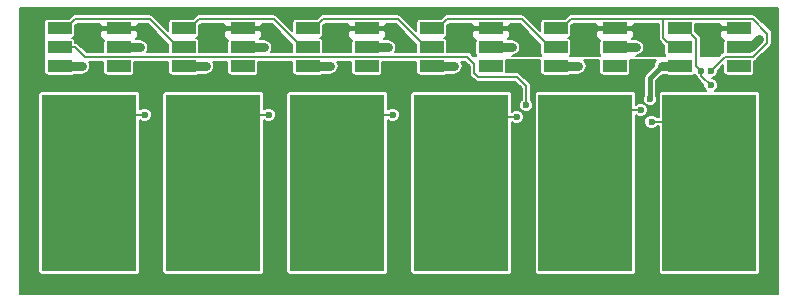
<source format=gbr>
G04 #@! TF.FileFunction,Copper,L1,Top,Signal*
%FSLAX46Y46*%
G04 Gerber Fmt 4.6, Leading zero omitted, Abs format (unit mm)*
G04 Created by KiCad (PCBNEW (2016-02-08 BZR 6543, Git 5349eb4)-product) date Sun Feb 21 23:51:38 2016*
%MOMM*%
G01*
G04 APERTURE LIST*
%ADD10C,0.100000*%
%ADD11R,2.000000X1.000000*%
%ADD12R,8.000000X15.000000*%
%ADD13C,0.600000*%
%ADD14C,0.800000*%
%ADD15C,0.400000*%
%ADD16C,0.200000*%
%ADD17C,0.300000*%
G04 APERTURE END LIST*
D10*
D11*
X70250000Y-35350000D03*
X70250000Y-33750000D03*
X70250000Y-32150000D03*
X65250000Y-35350000D03*
X65250000Y-33750000D03*
X65250000Y-32150000D03*
X49250000Y-35350000D03*
X49250000Y-33750000D03*
X49250000Y-32150000D03*
X44250000Y-35350000D03*
X44250000Y-33750000D03*
X44250000Y-32150000D03*
X59750000Y-35350000D03*
X59750000Y-33750000D03*
X59750000Y-32150000D03*
X54750000Y-35350000D03*
X54750000Y-33750000D03*
X54750000Y-32150000D03*
X80750000Y-35350000D03*
X80750000Y-33750000D03*
X80750000Y-32150000D03*
X75750000Y-35350000D03*
X75750000Y-33750000D03*
X75750000Y-32150000D03*
X91250000Y-35350000D03*
X91250000Y-33750000D03*
X91250000Y-32150000D03*
X86250000Y-35350000D03*
X86250000Y-33750000D03*
X86250000Y-32150000D03*
D12*
X36250000Y-45250000D03*
X46750000Y-45250000D03*
X57250000Y-45250000D03*
X67750000Y-45250000D03*
X78250000Y-45250000D03*
X88750000Y-45250000D03*
D11*
X38750000Y-35350000D03*
X38750000Y-33750000D03*
X38750000Y-32150000D03*
X33750000Y-35350000D03*
X33750000Y-33750000D03*
X33750000Y-32150000D03*
D13*
X84750000Y-35350000D03*
X77650000Y-35350000D03*
X67150000Y-35350000D03*
X56650000Y-35350000D03*
X46150000Y-35350000D03*
X35650000Y-35350000D03*
X83750000Y-38150000D03*
X42650000Y-33750000D03*
X84650000Y-33750000D03*
X79050000Y-33750000D03*
X58050000Y-33750000D03*
X37050000Y-33750000D03*
X47550000Y-33750000D03*
X68550000Y-33750000D03*
X89550000Y-33750000D03*
X74050000Y-33750000D03*
X63650000Y-33750000D03*
X53050000Y-33750000D03*
X73050000Y-40650000D03*
X61950000Y-38150000D03*
X53550000Y-36750000D03*
X62450000Y-41850000D03*
X73350000Y-46550000D03*
X35650000Y-36450000D03*
X31250000Y-31250000D03*
X31250000Y-53750000D03*
X93750000Y-31250000D03*
X76450000Y-53350000D03*
X72150000Y-53350000D03*
X93750000Y-53750000D03*
X62550000Y-50750000D03*
X41550000Y-47650000D03*
X87950000Y-36950000D03*
X64050000Y-36750000D03*
X43050000Y-36750000D03*
X74550000Y-36750000D03*
X85050000Y-36800000D03*
X51950000Y-41850000D03*
X51950000Y-50150000D03*
X92950000Y-33050000D03*
X51050000Y-33750000D03*
X40550000Y-33750000D03*
X61550000Y-33750000D03*
X82550000Y-33750000D03*
X72050000Y-33750000D03*
X88050000Y-35750000D03*
X88850000Y-36950000D03*
X88850000Y-35750000D03*
X73250000Y-38650000D03*
X40950000Y-39450000D03*
X51450000Y-39450000D03*
X61950000Y-39450000D03*
X72450000Y-39650000D03*
X82950000Y-39050000D03*
X83850000Y-40050000D03*
D14*
X84750000Y-35350000D02*
X86250000Y-35350000D01*
X77650000Y-35350000D02*
X75750000Y-35350000D01*
X67150000Y-35350000D02*
X65250000Y-35350000D01*
X56650000Y-35350000D02*
X54750000Y-35350000D01*
X44250000Y-35350000D02*
X46150000Y-35350000D01*
X35650000Y-35350000D02*
X33750000Y-35350000D01*
D15*
X83750000Y-36350000D02*
X84750000Y-35350000D01*
X83750000Y-38150000D02*
X83750000Y-36350000D01*
D16*
X73350000Y-52750000D02*
X73350000Y-46550000D01*
X31250000Y-31250000D02*
X31750000Y-30750000D01*
X62450000Y-53350000D02*
X62050000Y-53750000D01*
X62050000Y-53750000D02*
X31250000Y-53750000D01*
X31250000Y-31250000D02*
X31250000Y-53750000D01*
X93250000Y-30750000D02*
X93750000Y-31250000D01*
X31750000Y-30750000D02*
X93250000Y-30750000D01*
X76450000Y-53350000D02*
X76850000Y-53750000D01*
X72150000Y-53350000D02*
X76450000Y-53350000D01*
X76850000Y-53750000D02*
X93750000Y-53750000D01*
X72150000Y-53350000D02*
X62450000Y-53350000D01*
X62550000Y-53250000D02*
X62550000Y-50750000D01*
X62450000Y-53350000D02*
X62550000Y-53250000D01*
X51950000Y-50150000D02*
X51950000Y-41850000D01*
D14*
X92950000Y-33050000D02*
X92250000Y-33750000D01*
X91250000Y-33750000D02*
X92250000Y-33750000D01*
X51050000Y-33750000D02*
X49350000Y-33750000D01*
X38750000Y-33750000D02*
X40550000Y-33750000D01*
X61550000Y-33750000D02*
X59650000Y-33750000D01*
X80750000Y-33750000D02*
X82550000Y-33750000D01*
X72050000Y-33750000D02*
X70250000Y-33750000D01*
D16*
X88050000Y-35750000D02*
X88050000Y-36150000D01*
X88050000Y-36150000D02*
X88850000Y-36950000D01*
X88050000Y-35750000D02*
X87650000Y-35350000D01*
X87650000Y-33050000D02*
X86750000Y-32150000D01*
X87650000Y-35350000D02*
X87650000Y-33050000D01*
X86250000Y-32150000D02*
X86750000Y-32150000D01*
X92450000Y-34550000D02*
X90050000Y-34550000D01*
X93656150Y-32604710D02*
X92401439Y-31349999D01*
X84850000Y-31349999D02*
X92401439Y-31349999D01*
X92450000Y-34550000D02*
X93656150Y-33343850D01*
X93656150Y-33343850D02*
X93656150Y-32604710D01*
X90050000Y-34550000D02*
X88850000Y-35750000D01*
X86250000Y-33750000D02*
X85650000Y-33750000D01*
X85650000Y-33750000D02*
X84850000Y-32950000D01*
X84850000Y-32950000D02*
X84850000Y-31349999D01*
X85750000Y-33750000D02*
X86250000Y-33750000D01*
X77050001Y-31349999D02*
X84850000Y-31349999D01*
X76250000Y-32150000D02*
X77050001Y-31349999D01*
X75750000Y-32150000D02*
X76250000Y-32150000D01*
X35850000Y-34550000D02*
X68250000Y-34550000D01*
X35050000Y-33750000D02*
X35850000Y-34550000D01*
X33750000Y-33750000D02*
X35050000Y-33750000D01*
X73250000Y-37050000D02*
X73250000Y-38650000D01*
X72450000Y-36250000D02*
X73250000Y-37050000D01*
X69150000Y-36250000D02*
X72450000Y-36250000D01*
X68850000Y-35950000D02*
X69150000Y-36250000D01*
X68850000Y-35150000D02*
X68850000Y-35950000D01*
X68250000Y-34550000D02*
X68850000Y-35150000D01*
X43750000Y-33750000D02*
X44250000Y-33750000D01*
X41349999Y-31349999D02*
X43750000Y-33750000D01*
X35050001Y-31349999D02*
X41349999Y-31349999D01*
X34250000Y-32150000D02*
X35050001Y-31349999D01*
X33750000Y-32150000D02*
X34250000Y-32150000D01*
X54250000Y-33750000D02*
X54750000Y-33750000D01*
X51849999Y-31349999D02*
X54250000Y-33750000D01*
X45550001Y-31349999D02*
X51849999Y-31349999D01*
X44750000Y-32150000D02*
X45550001Y-31349999D01*
X44250000Y-32150000D02*
X44750000Y-32150000D01*
X64750000Y-33750000D02*
X65250000Y-33750000D01*
X62349999Y-31349999D02*
X64750000Y-33750000D01*
X56050001Y-31349999D02*
X62349999Y-31349999D01*
X55250000Y-32150000D02*
X56050001Y-31349999D01*
X54750000Y-32150000D02*
X55250000Y-32150000D01*
X75250000Y-33750000D02*
X75750000Y-33750000D01*
X72849999Y-31349999D02*
X75250000Y-33750000D01*
X66550001Y-31349999D02*
X72849999Y-31349999D01*
X65750000Y-32150000D02*
X66550001Y-31349999D01*
X65250000Y-32150000D02*
X65750000Y-32150000D01*
X40950000Y-39450000D02*
X40150000Y-39450000D01*
X51450000Y-39450000D02*
X50650000Y-39450000D01*
X61950000Y-39450000D02*
X61150000Y-39450000D01*
X72450000Y-39650000D02*
X71450000Y-39650000D01*
X82950000Y-39050000D02*
X80150000Y-39050000D01*
D17*
X80150000Y-39050000D02*
X78250000Y-40950000D01*
X78250000Y-40950000D02*
X78250000Y-45250000D01*
D16*
X78250000Y-43350000D02*
X78250000Y-45250000D01*
X83850000Y-40050000D02*
X86150000Y-40050000D01*
X86150000Y-40050000D02*
X88750000Y-45250000D01*
G36*
X68642000Y-31844000D02*
X68794000Y-31996000D01*
X70096000Y-31996000D01*
X70096000Y-31976000D01*
X70404000Y-31976000D01*
X70404000Y-31996000D01*
X71706000Y-31996000D01*
X71858000Y-31844000D01*
X71858000Y-31750000D01*
X72684314Y-31750000D01*
X74444123Y-33509809D01*
X74444123Y-34250000D01*
X74467407Y-34367054D01*
X74522829Y-34450000D01*
X72050000Y-34450000D01*
X72317878Y-34396716D01*
X72544975Y-34244975D01*
X72696716Y-34017878D01*
X72750000Y-33750000D01*
X72696716Y-33482122D01*
X72544975Y-33255025D01*
X72317878Y-33103284D01*
X72050000Y-33050000D01*
X71709842Y-33050000D01*
X71765438Y-32994404D01*
X71858000Y-32770938D01*
X71858000Y-32456000D01*
X71706000Y-32304000D01*
X70404000Y-32304000D01*
X70404000Y-32324000D01*
X70096000Y-32324000D01*
X70096000Y-32304000D01*
X68794000Y-32304000D01*
X68642000Y-32456000D01*
X68642000Y-32770938D01*
X68734562Y-32994404D01*
X68905595Y-33165437D01*
X68956731Y-33186618D01*
X68944123Y-33250000D01*
X68944123Y-34250000D01*
X68967407Y-34367054D01*
X69022829Y-34450000D01*
X68715686Y-34450000D01*
X68532843Y-34267157D01*
X68403074Y-34180448D01*
X68250000Y-34150000D01*
X66555877Y-34150000D01*
X66555877Y-33250000D01*
X66532593Y-33132946D01*
X66466288Y-33033712D01*
X66367054Y-32967407D01*
X66279545Y-32950000D01*
X66367054Y-32932593D01*
X66466288Y-32866288D01*
X66532593Y-32767054D01*
X66555877Y-32650000D01*
X66555877Y-31909809D01*
X66715686Y-31750000D01*
X68642000Y-31750000D01*
X68642000Y-31844000D01*
X68642000Y-31844000D01*
G37*
X68642000Y-31844000D02*
X68794000Y-31996000D01*
X70096000Y-31996000D01*
X70096000Y-31976000D01*
X70404000Y-31976000D01*
X70404000Y-31996000D01*
X71706000Y-31996000D01*
X71858000Y-31844000D01*
X71858000Y-31750000D01*
X72684314Y-31750000D01*
X74444123Y-33509809D01*
X74444123Y-34250000D01*
X74467407Y-34367054D01*
X74522829Y-34450000D01*
X72050000Y-34450000D01*
X72317878Y-34396716D01*
X72544975Y-34244975D01*
X72696716Y-34017878D01*
X72750000Y-33750000D01*
X72696716Y-33482122D01*
X72544975Y-33255025D01*
X72317878Y-33103284D01*
X72050000Y-33050000D01*
X71709842Y-33050000D01*
X71765438Y-32994404D01*
X71858000Y-32770938D01*
X71858000Y-32456000D01*
X71706000Y-32304000D01*
X70404000Y-32304000D01*
X70404000Y-32324000D01*
X70096000Y-32324000D01*
X70096000Y-32304000D01*
X68794000Y-32304000D01*
X68642000Y-32456000D01*
X68642000Y-32770938D01*
X68734562Y-32994404D01*
X68905595Y-33165437D01*
X68956731Y-33186618D01*
X68944123Y-33250000D01*
X68944123Y-34250000D01*
X68967407Y-34367054D01*
X69022829Y-34450000D01*
X68715686Y-34450000D01*
X68532843Y-34267157D01*
X68403074Y-34180448D01*
X68250000Y-34150000D01*
X66555877Y-34150000D01*
X66555877Y-33250000D01*
X66532593Y-33132946D01*
X66466288Y-33033712D01*
X66367054Y-32967407D01*
X66279545Y-32950000D01*
X66367054Y-32932593D01*
X66466288Y-32866288D01*
X66532593Y-32767054D01*
X66555877Y-32650000D01*
X66555877Y-31909809D01*
X66715686Y-31750000D01*
X68642000Y-31750000D01*
X68642000Y-31844000D01*
G36*
X79142000Y-31844000D02*
X79294000Y-31996000D01*
X80596000Y-31996000D01*
X80596000Y-31976000D01*
X80904000Y-31976000D01*
X80904000Y-31996000D01*
X82206000Y-31996000D01*
X82358000Y-31844000D01*
X82358000Y-31750000D01*
X84450000Y-31750000D01*
X84450000Y-32950000D01*
X84480448Y-33103074D01*
X84567157Y-33232843D01*
X84944123Y-33609809D01*
X84944123Y-34250000D01*
X84967407Y-34367054D01*
X85022829Y-34450000D01*
X82550000Y-34450000D01*
X82817878Y-34396716D01*
X83044975Y-34244975D01*
X83196716Y-34017878D01*
X83250000Y-33750000D01*
X83196716Y-33482122D01*
X83044975Y-33255025D01*
X82817878Y-33103284D01*
X82550000Y-33050000D01*
X82209842Y-33050000D01*
X82265438Y-32994404D01*
X82358000Y-32770938D01*
X82358000Y-32456000D01*
X82206000Y-32304000D01*
X80904000Y-32304000D01*
X80904000Y-32324000D01*
X80596000Y-32324000D01*
X80596000Y-32304000D01*
X79294000Y-32304000D01*
X79142000Y-32456000D01*
X79142000Y-32770938D01*
X79234562Y-32994404D01*
X79405595Y-33165437D01*
X79456731Y-33186618D01*
X79444123Y-33250000D01*
X79444123Y-34250000D01*
X79467407Y-34367054D01*
X79522829Y-34450000D01*
X76977171Y-34450000D01*
X77032593Y-34367054D01*
X77055877Y-34250000D01*
X77055877Y-33250000D01*
X77032593Y-33132946D01*
X76966288Y-33033712D01*
X76867054Y-32967407D01*
X76779545Y-32950000D01*
X76867054Y-32932593D01*
X76966288Y-32866288D01*
X77032593Y-32767054D01*
X77055877Y-32650000D01*
X77055877Y-31909809D01*
X77215686Y-31750000D01*
X79142000Y-31750000D01*
X79142000Y-31844000D01*
X79142000Y-31844000D01*
G37*
X79142000Y-31844000D02*
X79294000Y-31996000D01*
X80596000Y-31996000D01*
X80596000Y-31976000D01*
X80904000Y-31976000D01*
X80904000Y-31996000D01*
X82206000Y-31996000D01*
X82358000Y-31844000D01*
X82358000Y-31750000D01*
X84450000Y-31750000D01*
X84450000Y-32950000D01*
X84480448Y-33103074D01*
X84567157Y-33232843D01*
X84944123Y-33609809D01*
X84944123Y-34250000D01*
X84967407Y-34367054D01*
X85022829Y-34450000D01*
X82550000Y-34450000D01*
X82817878Y-34396716D01*
X83044975Y-34244975D01*
X83196716Y-34017878D01*
X83250000Y-33750000D01*
X83196716Y-33482122D01*
X83044975Y-33255025D01*
X82817878Y-33103284D01*
X82550000Y-33050000D01*
X82209842Y-33050000D01*
X82265438Y-32994404D01*
X82358000Y-32770938D01*
X82358000Y-32456000D01*
X82206000Y-32304000D01*
X80904000Y-32304000D01*
X80904000Y-32324000D01*
X80596000Y-32324000D01*
X80596000Y-32304000D01*
X79294000Y-32304000D01*
X79142000Y-32456000D01*
X79142000Y-32770938D01*
X79234562Y-32994404D01*
X79405595Y-33165437D01*
X79456731Y-33186618D01*
X79444123Y-33250000D01*
X79444123Y-34250000D01*
X79467407Y-34367054D01*
X79522829Y-34450000D01*
X76977171Y-34450000D01*
X77032593Y-34367054D01*
X77055877Y-34250000D01*
X77055877Y-33250000D01*
X77032593Y-33132946D01*
X76966288Y-33033712D01*
X76867054Y-32967407D01*
X76779545Y-32950000D01*
X76867054Y-32932593D01*
X76966288Y-32866288D01*
X77032593Y-32767054D01*
X77055877Y-32650000D01*
X77055877Y-31909809D01*
X77215686Y-31750000D01*
X79142000Y-31750000D01*
X79142000Y-31844000D01*
G36*
X89642000Y-31844000D02*
X89794000Y-31996000D01*
X91096000Y-31996000D01*
X91096000Y-31976000D01*
X91404000Y-31976000D01*
X91404000Y-31996000D01*
X91424000Y-31996000D01*
X91424000Y-32304000D01*
X91404000Y-32304000D01*
X91404000Y-32324000D01*
X91096000Y-32324000D01*
X91096000Y-32304000D01*
X89794000Y-32304000D01*
X89642000Y-32456000D01*
X89642000Y-32770938D01*
X89734562Y-32994404D01*
X89905595Y-33165437D01*
X89956731Y-33186618D01*
X89944123Y-33250000D01*
X89944123Y-34171060D01*
X89896927Y-34180448D01*
X89780324Y-34258359D01*
X89767157Y-34267157D01*
X89584314Y-34450000D01*
X88050000Y-34450000D01*
X88050000Y-33050000D01*
X88028885Y-32943849D01*
X88019552Y-32896926D01*
X87932843Y-32767157D01*
X87555877Y-32390191D01*
X87555877Y-31750000D01*
X89642000Y-31750000D01*
X89642000Y-31844000D01*
X89642000Y-31844000D01*
G37*
X89642000Y-31844000D02*
X89794000Y-31996000D01*
X91096000Y-31996000D01*
X91096000Y-31976000D01*
X91404000Y-31976000D01*
X91404000Y-31996000D01*
X91424000Y-31996000D01*
X91424000Y-32304000D01*
X91404000Y-32304000D01*
X91404000Y-32324000D01*
X91096000Y-32324000D01*
X91096000Y-32304000D01*
X89794000Y-32304000D01*
X89642000Y-32456000D01*
X89642000Y-32770938D01*
X89734562Y-32994404D01*
X89905595Y-33165437D01*
X89956731Y-33186618D01*
X89944123Y-33250000D01*
X89944123Y-34171060D01*
X89896927Y-34180448D01*
X89780324Y-34258359D01*
X89767157Y-34267157D01*
X89584314Y-34450000D01*
X88050000Y-34450000D01*
X88050000Y-33050000D01*
X88028885Y-32943849D01*
X88019552Y-32896926D01*
X87932843Y-32767157D01*
X87555877Y-32390191D01*
X87555877Y-31750000D01*
X89642000Y-31750000D01*
X89642000Y-31844000D01*
G36*
X47642000Y-31844000D02*
X47794000Y-31996000D01*
X49096000Y-31996000D01*
X49096000Y-31976000D01*
X49404000Y-31976000D01*
X49404000Y-31996000D01*
X50706000Y-31996000D01*
X50858000Y-31844000D01*
X50858000Y-31750000D01*
X51684314Y-31750000D01*
X53444123Y-33509809D01*
X53444123Y-34150000D01*
X51608435Y-34150000D01*
X51696716Y-34017878D01*
X51750000Y-33750000D01*
X51696716Y-33482122D01*
X51544975Y-33255025D01*
X51317878Y-33103284D01*
X51050000Y-33050000D01*
X50709842Y-33050000D01*
X50765438Y-32994404D01*
X50858000Y-32770938D01*
X50858000Y-32456000D01*
X50706000Y-32304000D01*
X49404000Y-32304000D01*
X49404000Y-32324000D01*
X49096000Y-32324000D01*
X49096000Y-32304000D01*
X47794000Y-32304000D01*
X47642000Y-32456000D01*
X47642000Y-32770938D01*
X47734562Y-32994404D01*
X47905595Y-33165437D01*
X47956731Y-33186618D01*
X47944123Y-33250000D01*
X47944123Y-34150000D01*
X45555877Y-34150000D01*
X45555877Y-33250000D01*
X45532593Y-33132946D01*
X45466288Y-33033712D01*
X45367054Y-32967407D01*
X45279545Y-32950000D01*
X45367054Y-32932593D01*
X45466288Y-32866288D01*
X45532593Y-32767054D01*
X45555877Y-32650000D01*
X45555877Y-31909809D01*
X45715686Y-31750000D01*
X47642000Y-31750000D01*
X47642000Y-31844000D01*
X47642000Y-31844000D01*
G37*
X47642000Y-31844000D02*
X47794000Y-31996000D01*
X49096000Y-31996000D01*
X49096000Y-31976000D01*
X49404000Y-31976000D01*
X49404000Y-31996000D01*
X50706000Y-31996000D01*
X50858000Y-31844000D01*
X50858000Y-31750000D01*
X51684314Y-31750000D01*
X53444123Y-33509809D01*
X53444123Y-34150000D01*
X51608435Y-34150000D01*
X51696716Y-34017878D01*
X51750000Y-33750000D01*
X51696716Y-33482122D01*
X51544975Y-33255025D01*
X51317878Y-33103284D01*
X51050000Y-33050000D01*
X50709842Y-33050000D01*
X50765438Y-32994404D01*
X50858000Y-32770938D01*
X50858000Y-32456000D01*
X50706000Y-32304000D01*
X49404000Y-32304000D01*
X49404000Y-32324000D01*
X49096000Y-32324000D01*
X49096000Y-32304000D01*
X47794000Y-32304000D01*
X47642000Y-32456000D01*
X47642000Y-32770938D01*
X47734562Y-32994404D01*
X47905595Y-33165437D01*
X47956731Y-33186618D01*
X47944123Y-33250000D01*
X47944123Y-34150000D01*
X45555877Y-34150000D01*
X45555877Y-33250000D01*
X45532593Y-33132946D01*
X45466288Y-33033712D01*
X45367054Y-32967407D01*
X45279545Y-32950000D01*
X45367054Y-32932593D01*
X45466288Y-32866288D01*
X45532593Y-32767054D01*
X45555877Y-32650000D01*
X45555877Y-31909809D01*
X45715686Y-31750000D01*
X47642000Y-31750000D01*
X47642000Y-31844000D01*
G36*
X37142000Y-31844000D02*
X37294000Y-31996000D01*
X38596000Y-31996000D01*
X38596000Y-31976000D01*
X38904000Y-31976000D01*
X38904000Y-31996000D01*
X40206000Y-31996000D01*
X40358000Y-31844000D01*
X40358000Y-31750000D01*
X41184314Y-31750000D01*
X42944123Y-33509809D01*
X42944123Y-34150000D01*
X41108435Y-34150000D01*
X41196716Y-34017878D01*
X41250000Y-33750000D01*
X41196716Y-33482122D01*
X41044975Y-33255025D01*
X40817878Y-33103284D01*
X40550000Y-33050000D01*
X40209842Y-33050000D01*
X40265438Y-32994404D01*
X40358000Y-32770938D01*
X40358000Y-32456000D01*
X40206000Y-32304000D01*
X38904000Y-32304000D01*
X38904000Y-32324000D01*
X38596000Y-32324000D01*
X38596000Y-32304000D01*
X37294000Y-32304000D01*
X37142000Y-32456000D01*
X37142000Y-32770938D01*
X37234562Y-32994404D01*
X37405595Y-33165437D01*
X37456731Y-33186618D01*
X37444123Y-33250000D01*
X37444123Y-34150000D01*
X36015686Y-34150000D01*
X35332843Y-33467157D01*
X35203074Y-33380448D01*
X35055877Y-33351169D01*
X35055877Y-33250000D01*
X35032593Y-33132946D01*
X34966288Y-33033712D01*
X34867054Y-32967407D01*
X34779545Y-32950000D01*
X34867054Y-32932593D01*
X34966288Y-32866288D01*
X35032593Y-32767054D01*
X35055877Y-32650000D01*
X35055877Y-31909809D01*
X35215686Y-31750000D01*
X37142000Y-31750000D01*
X37142000Y-31844000D01*
X37142000Y-31844000D01*
G37*
X37142000Y-31844000D02*
X37294000Y-31996000D01*
X38596000Y-31996000D01*
X38596000Y-31976000D01*
X38904000Y-31976000D01*
X38904000Y-31996000D01*
X40206000Y-31996000D01*
X40358000Y-31844000D01*
X40358000Y-31750000D01*
X41184314Y-31750000D01*
X42944123Y-33509809D01*
X42944123Y-34150000D01*
X41108435Y-34150000D01*
X41196716Y-34017878D01*
X41250000Y-33750000D01*
X41196716Y-33482122D01*
X41044975Y-33255025D01*
X40817878Y-33103284D01*
X40550000Y-33050000D01*
X40209842Y-33050000D01*
X40265438Y-32994404D01*
X40358000Y-32770938D01*
X40358000Y-32456000D01*
X40206000Y-32304000D01*
X38904000Y-32304000D01*
X38904000Y-32324000D01*
X38596000Y-32324000D01*
X38596000Y-32304000D01*
X37294000Y-32304000D01*
X37142000Y-32456000D01*
X37142000Y-32770938D01*
X37234562Y-32994404D01*
X37405595Y-33165437D01*
X37456731Y-33186618D01*
X37444123Y-33250000D01*
X37444123Y-34150000D01*
X36015686Y-34150000D01*
X35332843Y-33467157D01*
X35203074Y-33380448D01*
X35055877Y-33351169D01*
X35055877Y-33250000D01*
X35032593Y-33132946D01*
X34966288Y-33033712D01*
X34867054Y-32967407D01*
X34779545Y-32950000D01*
X34867054Y-32932593D01*
X34966288Y-32866288D01*
X35032593Y-32767054D01*
X35055877Y-32650000D01*
X35055877Y-31909809D01*
X35215686Y-31750000D01*
X37142000Y-31750000D01*
X37142000Y-31844000D01*
G36*
X58142000Y-31844000D02*
X58294000Y-31996000D01*
X59596000Y-31996000D01*
X59596000Y-31976000D01*
X59904000Y-31976000D01*
X59904000Y-31996000D01*
X61206000Y-31996000D01*
X61358000Y-31844000D01*
X61358000Y-31750000D01*
X62184314Y-31750000D01*
X63944123Y-33509809D01*
X63944123Y-34150000D01*
X62108435Y-34150000D01*
X62196716Y-34017878D01*
X62250000Y-33750000D01*
X62196716Y-33482122D01*
X62044975Y-33255025D01*
X61817878Y-33103284D01*
X61550000Y-33050000D01*
X61209842Y-33050000D01*
X61265438Y-32994404D01*
X61358000Y-32770938D01*
X61358000Y-32456000D01*
X61206000Y-32304000D01*
X59904000Y-32304000D01*
X59904000Y-32324000D01*
X59596000Y-32324000D01*
X59596000Y-32304000D01*
X58294000Y-32304000D01*
X58142000Y-32456000D01*
X58142000Y-32770938D01*
X58234562Y-32994404D01*
X58405595Y-33165437D01*
X58456731Y-33186618D01*
X58444123Y-33250000D01*
X58444123Y-34150000D01*
X56055877Y-34150000D01*
X56055877Y-33250000D01*
X56032593Y-33132946D01*
X55966288Y-33033712D01*
X55867054Y-32967407D01*
X55779545Y-32950000D01*
X55867054Y-32932593D01*
X55966288Y-32866288D01*
X56032593Y-32767054D01*
X56055877Y-32650000D01*
X56055877Y-31909809D01*
X56215686Y-31750000D01*
X58142000Y-31750000D01*
X58142000Y-31844000D01*
X58142000Y-31844000D01*
G37*
X58142000Y-31844000D02*
X58294000Y-31996000D01*
X59596000Y-31996000D01*
X59596000Y-31976000D01*
X59904000Y-31976000D01*
X59904000Y-31996000D01*
X61206000Y-31996000D01*
X61358000Y-31844000D01*
X61358000Y-31750000D01*
X62184314Y-31750000D01*
X63944123Y-33509809D01*
X63944123Y-34150000D01*
X62108435Y-34150000D01*
X62196716Y-34017878D01*
X62250000Y-33750000D01*
X62196716Y-33482122D01*
X62044975Y-33255025D01*
X61817878Y-33103284D01*
X61550000Y-33050000D01*
X61209842Y-33050000D01*
X61265438Y-32994404D01*
X61358000Y-32770938D01*
X61358000Y-32456000D01*
X61206000Y-32304000D01*
X59904000Y-32304000D01*
X59904000Y-32324000D01*
X59596000Y-32324000D01*
X59596000Y-32304000D01*
X58294000Y-32304000D01*
X58142000Y-32456000D01*
X58142000Y-32770938D01*
X58234562Y-32994404D01*
X58405595Y-33165437D01*
X58456731Y-33186618D01*
X58444123Y-33250000D01*
X58444123Y-34150000D01*
X56055877Y-34150000D01*
X56055877Y-33250000D01*
X56032593Y-33132946D01*
X55966288Y-33033712D01*
X55867054Y-32967407D01*
X55779545Y-32950000D01*
X55867054Y-32932593D01*
X55966288Y-32866288D01*
X56032593Y-32767054D01*
X56055877Y-32650000D01*
X56055877Y-31909809D01*
X56215686Y-31750000D01*
X58142000Y-31750000D01*
X58142000Y-31844000D01*
G36*
X94600000Y-54600000D02*
X30400000Y-54600000D01*
X30400000Y-37750000D01*
X31944123Y-37750000D01*
X31944123Y-52750000D01*
X31967407Y-52867054D01*
X32033712Y-52966288D01*
X32132946Y-53032593D01*
X32250000Y-53055877D01*
X40250000Y-53055877D01*
X40367054Y-53032593D01*
X40466288Y-52966288D01*
X40532593Y-52867054D01*
X40555877Y-52750000D01*
X40555877Y-39904459D01*
X40609683Y-39958359D01*
X40830129Y-40049896D01*
X41068824Y-40050104D01*
X41289429Y-39958952D01*
X41458359Y-39790317D01*
X41549896Y-39569871D01*
X41550104Y-39331176D01*
X41458952Y-39110571D01*
X41290317Y-38941641D01*
X41069871Y-38850104D01*
X40831176Y-38849896D01*
X40610571Y-38941048D01*
X40555877Y-38995646D01*
X40555877Y-37750000D01*
X42444123Y-37750000D01*
X42444123Y-52750000D01*
X42467407Y-52867054D01*
X42533712Y-52966288D01*
X42632946Y-53032593D01*
X42750000Y-53055877D01*
X50750000Y-53055877D01*
X50867054Y-53032593D01*
X50966288Y-52966288D01*
X51032593Y-52867054D01*
X51055877Y-52750000D01*
X51055877Y-39904459D01*
X51109683Y-39958359D01*
X51330129Y-40049896D01*
X51568824Y-40050104D01*
X51789429Y-39958952D01*
X51958359Y-39790317D01*
X52049896Y-39569871D01*
X52050104Y-39331176D01*
X51958952Y-39110571D01*
X51790317Y-38941641D01*
X51569871Y-38850104D01*
X51331176Y-38849896D01*
X51110571Y-38941048D01*
X51055877Y-38995646D01*
X51055877Y-37750000D01*
X52944123Y-37750000D01*
X52944123Y-52750000D01*
X52967407Y-52867054D01*
X53033712Y-52966288D01*
X53132946Y-53032593D01*
X53250000Y-53055877D01*
X61250000Y-53055877D01*
X61367054Y-53032593D01*
X61466288Y-52966288D01*
X61532593Y-52867054D01*
X61555877Y-52750000D01*
X61555877Y-39904459D01*
X61609683Y-39958359D01*
X61830129Y-40049896D01*
X62068824Y-40050104D01*
X62289429Y-39958952D01*
X62458359Y-39790317D01*
X62549896Y-39569871D01*
X62550104Y-39331176D01*
X62458952Y-39110571D01*
X62290317Y-38941641D01*
X62069871Y-38850104D01*
X61831176Y-38849896D01*
X61610571Y-38941048D01*
X61555877Y-38995646D01*
X61555877Y-37750000D01*
X63444123Y-37750000D01*
X63444123Y-52750000D01*
X63467407Y-52867054D01*
X63533712Y-52966288D01*
X63632946Y-53032593D01*
X63750000Y-53055877D01*
X71750000Y-53055877D01*
X71867054Y-53032593D01*
X71966288Y-52966288D01*
X72032593Y-52867054D01*
X72055877Y-52750000D01*
X72055877Y-40104459D01*
X72109683Y-40158359D01*
X72330129Y-40249896D01*
X72568824Y-40250104D01*
X72789429Y-40158952D01*
X72958359Y-39990317D01*
X73049896Y-39769871D01*
X73050104Y-39531176D01*
X72958952Y-39310571D01*
X72790317Y-39141641D01*
X72569871Y-39050104D01*
X72331176Y-39049896D01*
X72110571Y-39141048D01*
X72055877Y-39195646D01*
X72055877Y-37750000D01*
X72032593Y-37632946D01*
X71966288Y-37533712D01*
X71867054Y-37467407D01*
X71750000Y-37444123D01*
X63750000Y-37444123D01*
X63632946Y-37467407D01*
X63533712Y-37533712D01*
X63467407Y-37632946D01*
X63444123Y-37750000D01*
X61555877Y-37750000D01*
X61532593Y-37632946D01*
X61466288Y-37533712D01*
X61367054Y-37467407D01*
X61250000Y-37444123D01*
X53250000Y-37444123D01*
X53132946Y-37467407D01*
X53033712Y-37533712D01*
X52967407Y-37632946D01*
X52944123Y-37750000D01*
X51055877Y-37750000D01*
X51032593Y-37632946D01*
X50966288Y-37533712D01*
X50867054Y-37467407D01*
X50750000Y-37444123D01*
X42750000Y-37444123D01*
X42632946Y-37467407D01*
X42533712Y-37533712D01*
X42467407Y-37632946D01*
X42444123Y-37750000D01*
X40555877Y-37750000D01*
X40532593Y-37632946D01*
X40466288Y-37533712D01*
X40367054Y-37467407D01*
X40250000Y-37444123D01*
X32250000Y-37444123D01*
X32132946Y-37467407D01*
X32033712Y-37533712D01*
X31967407Y-37632946D01*
X31944123Y-37750000D01*
X30400000Y-37750000D01*
X30400000Y-31650000D01*
X32444123Y-31650000D01*
X32444123Y-32650000D01*
X32450000Y-32679545D01*
X32450000Y-33220455D01*
X32444123Y-33250000D01*
X32444123Y-34250000D01*
X32450000Y-34279545D01*
X32450000Y-34750000D01*
X32457007Y-34785228D01*
X32444123Y-34850000D01*
X32444123Y-35850000D01*
X32467407Y-35967054D01*
X32533712Y-36066288D01*
X32632946Y-36132593D01*
X32750000Y-36155877D01*
X34750000Y-36155877D01*
X34867054Y-36132593D01*
X34966288Y-36066288D01*
X34977171Y-36050000D01*
X35650000Y-36050000D01*
X35917878Y-35996716D01*
X36144975Y-35844975D01*
X36296716Y-35617878D01*
X36350000Y-35350000D01*
X36296716Y-35082122D01*
X36208435Y-34950000D01*
X37444123Y-34950000D01*
X37444123Y-35850000D01*
X37467407Y-35967054D01*
X37533712Y-36066288D01*
X37632946Y-36132593D01*
X37750000Y-36155877D01*
X39750000Y-36155877D01*
X39867054Y-36132593D01*
X39966288Y-36066288D01*
X40032593Y-35967054D01*
X40055877Y-35850000D01*
X40055877Y-34950000D01*
X42944123Y-34950000D01*
X42944123Y-35850000D01*
X42967407Y-35967054D01*
X43033712Y-36066288D01*
X43132946Y-36132593D01*
X43250000Y-36155877D01*
X45250000Y-36155877D01*
X45367054Y-36132593D01*
X45466288Y-36066288D01*
X45477171Y-36050000D01*
X46150000Y-36050000D01*
X46417878Y-35996716D01*
X46644975Y-35844975D01*
X46796716Y-35617878D01*
X46850000Y-35350000D01*
X46796716Y-35082122D01*
X46708435Y-34950000D01*
X47944123Y-34950000D01*
X47944123Y-35850000D01*
X47967407Y-35967054D01*
X48033712Y-36066288D01*
X48132946Y-36132593D01*
X48250000Y-36155877D01*
X50250000Y-36155877D01*
X50367054Y-36132593D01*
X50466288Y-36066288D01*
X50532593Y-35967054D01*
X50555877Y-35850000D01*
X50555877Y-34950000D01*
X53444123Y-34950000D01*
X53444123Y-35850000D01*
X53467407Y-35967054D01*
X53533712Y-36066288D01*
X53632946Y-36132593D01*
X53750000Y-36155877D01*
X55750000Y-36155877D01*
X55867054Y-36132593D01*
X55966288Y-36066288D01*
X55977171Y-36050000D01*
X56650000Y-36050000D01*
X56917878Y-35996716D01*
X57144975Y-35844975D01*
X57296716Y-35617878D01*
X57350000Y-35350000D01*
X57296716Y-35082122D01*
X57208435Y-34950000D01*
X58444123Y-34950000D01*
X58444123Y-35850000D01*
X58467407Y-35967054D01*
X58533712Y-36066288D01*
X58632946Y-36132593D01*
X58750000Y-36155877D01*
X60750000Y-36155877D01*
X60867054Y-36132593D01*
X60966288Y-36066288D01*
X61032593Y-35967054D01*
X61055877Y-35850000D01*
X61055877Y-34950000D01*
X63944123Y-34950000D01*
X63944123Y-35850000D01*
X63967407Y-35967054D01*
X64033712Y-36066288D01*
X64132946Y-36132593D01*
X64250000Y-36155877D01*
X66250000Y-36155877D01*
X66367054Y-36132593D01*
X66466288Y-36066288D01*
X66477171Y-36050000D01*
X67150000Y-36050000D01*
X67417878Y-35996716D01*
X67644975Y-35844975D01*
X67796716Y-35617878D01*
X67850000Y-35350000D01*
X67796716Y-35082122D01*
X67708435Y-34950000D01*
X68084314Y-34950000D01*
X68450000Y-35315686D01*
X68450000Y-35950000D01*
X68480448Y-36103074D01*
X68567157Y-36232843D01*
X68867157Y-36532843D01*
X68996926Y-36619552D01*
X69150000Y-36650000D01*
X72284314Y-36650000D01*
X72850000Y-37215686D01*
X72850000Y-38201513D01*
X72741641Y-38309683D01*
X72650104Y-38530129D01*
X72649896Y-38768824D01*
X72741048Y-38989429D01*
X72909683Y-39158359D01*
X73130129Y-39249896D01*
X73368824Y-39250104D01*
X73589429Y-39158952D01*
X73758359Y-38990317D01*
X73849896Y-38769871D01*
X73850104Y-38531176D01*
X73758952Y-38310571D01*
X73650000Y-38201428D01*
X73650000Y-37750000D01*
X73944123Y-37750000D01*
X73944123Y-52750000D01*
X73967407Y-52867054D01*
X74033712Y-52966288D01*
X74132946Y-53032593D01*
X74250000Y-53055877D01*
X82250000Y-53055877D01*
X82367054Y-53032593D01*
X82466288Y-52966288D01*
X82532593Y-52867054D01*
X82555877Y-52750000D01*
X82555877Y-39504459D01*
X82609683Y-39558359D01*
X82830129Y-39649896D01*
X83068824Y-39650104D01*
X83289429Y-39558952D01*
X83458359Y-39390317D01*
X83549896Y-39169871D01*
X83550104Y-38931176D01*
X83458952Y-38710571D01*
X83290317Y-38541641D01*
X83069871Y-38450104D01*
X82831176Y-38449896D01*
X82610571Y-38541048D01*
X82555877Y-38595646D01*
X82555877Y-37750000D01*
X82532593Y-37632946D01*
X82466288Y-37533712D01*
X82367054Y-37467407D01*
X82250000Y-37444123D01*
X74250000Y-37444123D01*
X74132946Y-37467407D01*
X74033712Y-37533712D01*
X73967407Y-37632946D01*
X73944123Y-37750000D01*
X73650000Y-37750000D01*
X73650000Y-37050005D01*
X73650001Y-37050000D01*
X73619552Y-36896926D01*
X73532843Y-36767157D01*
X72732843Y-35967157D01*
X72603074Y-35880448D01*
X72450000Y-35850000D01*
X71555877Y-35850000D01*
X71555877Y-34850000D01*
X74444123Y-34850000D01*
X74444123Y-35850000D01*
X74467407Y-35967054D01*
X74533712Y-36066288D01*
X74632946Y-36132593D01*
X74750000Y-36155877D01*
X76750000Y-36155877D01*
X76867054Y-36132593D01*
X76966288Y-36066288D01*
X76977171Y-36050000D01*
X77650000Y-36050000D01*
X77917878Y-35996716D01*
X78144975Y-35844975D01*
X78296716Y-35617878D01*
X78350000Y-35350000D01*
X78296716Y-35082122D01*
X78144975Y-34855025D01*
X78137455Y-34850000D01*
X79444123Y-34850000D01*
X79444123Y-35850000D01*
X79467407Y-35967054D01*
X79533712Y-36066288D01*
X79632946Y-36132593D01*
X79750000Y-36155877D01*
X81750000Y-36155877D01*
X81867054Y-36132593D01*
X81966288Y-36066288D01*
X82032593Y-35967054D01*
X82055877Y-35850000D01*
X82055877Y-34850000D01*
X84262545Y-34850000D01*
X84255025Y-34855025D01*
X84103284Y-35082122D01*
X84051765Y-35341129D01*
X83396447Y-35996447D01*
X83288060Y-36158658D01*
X83250000Y-36350000D01*
X83250000Y-37801339D01*
X83241641Y-37809683D01*
X83150104Y-38030129D01*
X83149896Y-38268824D01*
X83241048Y-38489429D01*
X83409683Y-38658359D01*
X83630129Y-38749896D01*
X83868824Y-38750104D01*
X84089429Y-38658952D01*
X84258359Y-38490317D01*
X84349896Y-38269871D01*
X84350104Y-38031176D01*
X84258952Y-37810571D01*
X84250000Y-37801603D01*
X84250000Y-36557106D01*
X84757107Y-36050000D01*
X85022829Y-36050000D01*
X85033712Y-36066288D01*
X85132946Y-36132593D01*
X85250000Y-36155877D01*
X87250000Y-36155877D01*
X87367054Y-36132593D01*
X87466288Y-36066288D01*
X87506574Y-36005995D01*
X87541048Y-36089429D01*
X87662066Y-36210658D01*
X87680448Y-36303074D01*
X87767157Y-36432843D01*
X88250029Y-36915715D01*
X88249896Y-37068824D01*
X88341048Y-37289429D01*
X88495472Y-37444123D01*
X84750000Y-37444123D01*
X84632946Y-37467407D01*
X84533712Y-37533712D01*
X84467407Y-37632946D01*
X84444123Y-37750000D01*
X84444123Y-39650000D01*
X84298487Y-39650000D01*
X84190317Y-39541641D01*
X83969871Y-39450104D01*
X83731176Y-39449896D01*
X83510571Y-39541048D01*
X83341641Y-39709683D01*
X83250104Y-39930129D01*
X83249896Y-40168824D01*
X83341048Y-40389429D01*
X83509683Y-40558359D01*
X83730129Y-40649896D01*
X83968824Y-40650104D01*
X84189429Y-40558952D01*
X84298572Y-40450000D01*
X84444123Y-40450000D01*
X84444123Y-52750000D01*
X84467407Y-52867054D01*
X84533712Y-52966288D01*
X84632946Y-53032593D01*
X84750000Y-53055877D01*
X92750000Y-53055877D01*
X92867054Y-53032593D01*
X92966288Y-52966288D01*
X93032593Y-52867054D01*
X93055877Y-52750000D01*
X93055877Y-37750000D01*
X93032593Y-37632946D01*
X92966288Y-37533712D01*
X92867054Y-37467407D01*
X92750000Y-37444123D01*
X89204284Y-37444123D01*
X89358359Y-37290317D01*
X89449896Y-37069871D01*
X89450104Y-36831176D01*
X89358952Y-36610571D01*
X89190317Y-36441641D01*
X88969871Y-36350104D01*
X88968826Y-36350103D01*
X89189429Y-36258952D01*
X89358359Y-36090317D01*
X89449896Y-35869871D01*
X89450030Y-35715656D01*
X89944123Y-35221563D01*
X89944123Y-35850000D01*
X89967407Y-35967054D01*
X90033712Y-36066288D01*
X90132946Y-36132593D01*
X90250000Y-36155877D01*
X92250000Y-36155877D01*
X92367054Y-36132593D01*
X92466288Y-36066288D01*
X92532593Y-35967054D01*
X92555877Y-35850000D01*
X92555877Y-34928940D01*
X92603074Y-34919552D01*
X92732843Y-34832843D01*
X93938990Y-33626695D01*
X93938993Y-33626693D01*
X93993595Y-33544975D01*
X94025702Y-33496924D01*
X94056151Y-33343850D01*
X94056150Y-33343845D01*
X94056150Y-32604710D01*
X94025702Y-32451637D01*
X93938993Y-32321867D01*
X93938990Y-32321865D01*
X92684282Y-31067156D01*
X92554513Y-30980447D01*
X92401439Y-30949999D01*
X77050001Y-30949999D01*
X76896928Y-30980447D01*
X76896926Y-30980448D01*
X76896927Y-30980448D01*
X76767158Y-31067156D01*
X76490191Y-31344123D01*
X74750000Y-31344123D01*
X74632946Y-31367407D01*
X74533712Y-31433712D01*
X74467407Y-31532946D01*
X74444123Y-31650000D01*
X74444123Y-32378437D01*
X73132842Y-31067156D01*
X73003073Y-30980447D01*
X72849999Y-30949999D01*
X66550001Y-30949999D01*
X66396928Y-30980447D01*
X66396926Y-30980448D01*
X66396927Y-30980448D01*
X66267158Y-31067156D01*
X65990191Y-31344123D01*
X64250000Y-31344123D01*
X64132946Y-31367407D01*
X64033712Y-31433712D01*
X63967407Y-31532946D01*
X63944123Y-31650000D01*
X63944123Y-32378437D01*
X62632842Y-31067156D01*
X62503073Y-30980447D01*
X62349999Y-30949999D01*
X56050001Y-30949999D01*
X55896928Y-30980447D01*
X55896926Y-30980448D01*
X55896927Y-30980448D01*
X55767158Y-31067156D01*
X55490191Y-31344123D01*
X53750000Y-31344123D01*
X53632946Y-31367407D01*
X53533712Y-31433712D01*
X53467407Y-31532946D01*
X53444123Y-31650000D01*
X53444123Y-32378437D01*
X52132842Y-31067156D01*
X52003073Y-30980447D01*
X51849999Y-30949999D01*
X45550001Y-30949999D01*
X45396928Y-30980447D01*
X45396926Y-30980448D01*
X45396927Y-30980448D01*
X45267158Y-31067156D01*
X44990191Y-31344123D01*
X43250000Y-31344123D01*
X43132946Y-31367407D01*
X43033712Y-31433712D01*
X42967407Y-31532946D01*
X42944123Y-31650000D01*
X42944123Y-32378437D01*
X41632842Y-31067156D01*
X41503073Y-30980447D01*
X41349999Y-30949999D01*
X35050001Y-30949999D01*
X34896928Y-30980447D01*
X34896926Y-30980448D01*
X34896927Y-30980448D01*
X34767158Y-31067156D01*
X34490191Y-31344123D01*
X32750000Y-31344123D01*
X32720455Y-31350000D01*
X32550000Y-31350000D01*
X32511732Y-31357612D01*
X32479289Y-31379289D01*
X32457612Y-31411732D01*
X32450000Y-31450000D01*
X32450000Y-31620455D01*
X32444123Y-31650000D01*
X30400000Y-31650000D01*
X30400000Y-30400000D01*
X94600000Y-30400000D01*
X94600000Y-54600000D01*
X94600000Y-54600000D01*
G37*
X94600000Y-54600000D02*
X30400000Y-54600000D01*
X30400000Y-37750000D01*
X31944123Y-37750000D01*
X31944123Y-52750000D01*
X31967407Y-52867054D01*
X32033712Y-52966288D01*
X32132946Y-53032593D01*
X32250000Y-53055877D01*
X40250000Y-53055877D01*
X40367054Y-53032593D01*
X40466288Y-52966288D01*
X40532593Y-52867054D01*
X40555877Y-52750000D01*
X40555877Y-39904459D01*
X40609683Y-39958359D01*
X40830129Y-40049896D01*
X41068824Y-40050104D01*
X41289429Y-39958952D01*
X41458359Y-39790317D01*
X41549896Y-39569871D01*
X41550104Y-39331176D01*
X41458952Y-39110571D01*
X41290317Y-38941641D01*
X41069871Y-38850104D01*
X40831176Y-38849896D01*
X40610571Y-38941048D01*
X40555877Y-38995646D01*
X40555877Y-37750000D01*
X42444123Y-37750000D01*
X42444123Y-52750000D01*
X42467407Y-52867054D01*
X42533712Y-52966288D01*
X42632946Y-53032593D01*
X42750000Y-53055877D01*
X50750000Y-53055877D01*
X50867054Y-53032593D01*
X50966288Y-52966288D01*
X51032593Y-52867054D01*
X51055877Y-52750000D01*
X51055877Y-39904459D01*
X51109683Y-39958359D01*
X51330129Y-40049896D01*
X51568824Y-40050104D01*
X51789429Y-39958952D01*
X51958359Y-39790317D01*
X52049896Y-39569871D01*
X52050104Y-39331176D01*
X51958952Y-39110571D01*
X51790317Y-38941641D01*
X51569871Y-38850104D01*
X51331176Y-38849896D01*
X51110571Y-38941048D01*
X51055877Y-38995646D01*
X51055877Y-37750000D01*
X52944123Y-37750000D01*
X52944123Y-52750000D01*
X52967407Y-52867054D01*
X53033712Y-52966288D01*
X53132946Y-53032593D01*
X53250000Y-53055877D01*
X61250000Y-53055877D01*
X61367054Y-53032593D01*
X61466288Y-52966288D01*
X61532593Y-52867054D01*
X61555877Y-52750000D01*
X61555877Y-39904459D01*
X61609683Y-39958359D01*
X61830129Y-40049896D01*
X62068824Y-40050104D01*
X62289429Y-39958952D01*
X62458359Y-39790317D01*
X62549896Y-39569871D01*
X62550104Y-39331176D01*
X62458952Y-39110571D01*
X62290317Y-38941641D01*
X62069871Y-38850104D01*
X61831176Y-38849896D01*
X61610571Y-38941048D01*
X61555877Y-38995646D01*
X61555877Y-37750000D01*
X63444123Y-37750000D01*
X63444123Y-52750000D01*
X63467407Y-52867054D01*
X63533712Y-52966288D01*
X63632946Y-53032593D01*
X63750000Y-53055877D01*
X71750000Y-53055877D01*
X71867054Y-53032593D01*
X71966288Y-52966288D01*
X72032593Y-52867054D01*
X72055877Y-52750000D01*
X72055877Y-40104459D01*
X72109683Y-40158359D01*
X72330129Y-40249896D01*
X72568824Y-40250104D01*
X72789429Y-40158952D01*
X72958359Y-39990317D01*
X73049896Y-39769871D01*
X73050104Y-39531176D01*
X72958952Y-39310571D01*
X72790317Y-39141641D01*
X72569871Y-39050104D01*
X72331176Y-39049896D01*
X72110571Y-39141048D01*
X72055877Y-39195646D01*
X72055877Y-37750000D01*
X72032593Y-37632946D01*
X71966288Y-37533712D01*
X71867054Y-37467407D01*
X71750000Y-37444123D01*
X63750000Y-37444123D01*
X63632946Y-37467407D01*
X63533712Y-37533712D01*
X63467407Y-37632946D01*
X63444123Y-37750000D01*
X61555877Y-37750000D01*
X61532593Y-37632946D01*
X61466288Y-37533712D01*
X61367054Y-37467407D01*
X61250000Y-37444123D01*
X53250000Y-37444123D01*
X53132946Y-37467407D01*
X53033712Y-37533712D01*
X52967407Y-37632946D01*
X52944123Y-37750000D01*
X51055877Y-37750000D01*
X51032593Y-37632946D01*
X50966288Y-37533712D01*
X50867054Y-37467407D01*
X50750000Y-37444123D01*
X42750000Y-37444123D01*
X42632946Y-37467407D01*
X42533712Y-37533712D01*
X42467407Y-37632946D01*
X42444123Y-37750000D01*
X40555877Y-37750000D01*
X40532593Y-37632946D01*
X40466288Y-37533712D01*
X40367054Y-37467407D01*
X40250000Y-37444123D01*
X32250000Y-37444123D01*
X32132946Y-37467407D01*
X32033712Y-37533712D01*
X31967407Y-37632946D01*
X31944123Y-37750000D01*
X30400000Y-37750000D01*
X30400000Y-31650000D01*
X32444123Y-31650000D01*
X32444123Y-32650000D01*
X32450000Y-32679545D01*
X32450000Y-33220455D01*
X32444123Y-33250000D01*
X32444123Y-34250000D01*
X32450000Y-34279545D01*
X32450000Y-34750000D01*
X32457007Y-34785228D01*
X32444123Y-34850000D01*
X32444123Y-35850000D01*
X32467407Y-35967054D01*
X32533712Y-36066288D01*
X32632946Y-36132593D01*
X32750000Y-36155877D01*
X34750000Y-36155877D01*
X34867054Y-36132593D01*
X34966288Y-36066288D01*
X34977171Y-36050000D01*
X35650000Y-36050000D01*
X35917878Y-35996716D01*
X36144975Y-35844975D01*
X36296716Y-35617878D01*
X36350000Y-35350000D01*
X36296716Y-35082122D01*
X36208435Y-34950000D01*
X37444123Y-34950000D01*
X37444123Y-35850000D01*
X37467407Y-35967054D01*
X37533712Y-36066288D01*
X37632946Y-36132593D01*
X37750000Y-36155877D01*
X39750000Y-36155877D01*
X39867054Y-36132593D01*
X39966288Y-36066288D01*
X40032593Y-35967054D01*
X40055877Y-35850000D01*
X40055877Y-34950000D01*
X42944123Y-34950000D01*
X42944123Y-35850000D01*
X42967407Y-35967054D01*
X43033712Y-36066288D01*
X43132946Y-36132593D01*
X43250000Y-36155877D01*
X45250000Y-36155877D01*
X45367054Y-36132593D01*
X45466288Y-36066288D01*
X45477171Y-36050000D01*
X46150000Y-36050000D01*
X46417878Y-35996716D01*
X46644975Y-35844975D01*
X46796716Y-35617878D01*
X46850000Y-35350000D01*
X46796716Y-35082122D01*
X46708435Y-34950000D01*
X47944123Y-34950000D01*
X47944123Y-35850000D01*
X47967407Y-35967054D01*
X48033712Y-36066288D01*
X48132946Y-36132593D01*
X48250000Y-36155877D01*
X50250000Y-36155877D01*
X50367054Y-36132593D01*
X50466288Y-36066288D01*
X50532593Y-35967054D01*
X50555877Y-35850000D01*
X50555877Y-34950000D01*
X53444123Y-34950000D01*
X53444123Y-35850000D01*
X53467407Y-35967054D01*
X53533712Y-36066288D01*
X53632946Y-36132593D01*
X53750000Y-36155877D01*
X55750000Y-36155877D01*
X55867054Y-36132593D01*
X55966288Y-36066288D01*
X55977171Y-36050000D01*
X56650000Y-36050000D01*
X56917878Y-35996716D01*
X57144975Y-35844975D01*
X57296716Y-35617878D01*
X57350000Y-35350000D01*
X57296716Y-35082122D01*
X57208435Y-34950000D01*
X58444123Y-34950000D01*
X58444123Y-35850000D01*
X58467407Y-35967054D01*
X58533712Y-36066288D01*
X58632946Y-36132593D01*
X58750000Y-36155877D01*
X60750000Y-36155877D01*
X60867054Y-36132593D01*
X60966288Y-36066288D01*
X61032593Y-35967054D01*
X61055877Y-35850000D01*
X61055877Y-34950000D01*
X63944123Y-34950000D01*
X63944123Y-35850000D01*
X63967407Y-35967054D01*
X64033712Y-36066288D01*
X64132946Y-36132593D01*
X64250000Y-36155877D01*
X66250000Y-36155877D01*
X66367054Y-36132593D01*
X66466288Y-36066288D01*
X66477171Y-36050000D01*
X67150000Y-36050000D01*
X67417878Y-35996716D01*
X67644975Y-35844975D01*
X67796716Y-35617878D01*
X67850000Y-35350000D01*
X67796716Y-35082122D01*
X67708435Y-34950000D01*
X68084314Y-34950000D01*
X68450000Y-35315686D01*
X68450000Y-35950000D01*
X68480448Y-36103074D01*
X68567157Y-36232843D01*
X68867157Y-36532843D01*
X68996926Y-36619552D01*
X69150000Y-36650000D01*
X72284314Y-36650000D01*
X72850000Y-37215686D01*
X72850000Y-38201513D01*
X72741641Y-38309683D01*
X72650104Y-38530129D01*
X72649896Y-38768824D01*
X72741048Y-38989429D01*
X72909683Y-39158359D01*
X73130129Y-39249896D01*
X73368824Y-39250104D01*
X73589429Y-39158952D01*
X73758359Y-38990317D01*
X73849896Y-38769871D01*
X73850104Y-38531176D01*
X73758952Y-38310571D01*
X73650000Y-38201428D01*
X73650000Y-37750000D01*
X73944123Y-37750000D01*
X73944123Y-52750000D01*
X73967407Y-52867054D01*
X74033712Y-52966288D01*
X74132946Y-53032593D01*
X74250000Y-53055877D01*
X82250000Y-53055877D01*
X82367054Y-53032593D01*
X82466288Y-52966288D01*
X82532593Y-52867054D01*
X82555877Y-52750000D01*
X82555877Y-39504459D01*
X82609683Y-39558359D01*
X82830129Y-39649896D01*
X83068824Y-39650104D01*
X83289429Y-39558952D01*
X83458359Y-39390317D01*
X83549896Y-39169871D01*
X83550104Y-38931176D01*
X83458952Y-38710571D01*
X83290317Y-38541641D01*
X83069871Y-38450104D01*
X82831176Y-38449896D01*
X82610571Y-38541048D01*
X82555877Y-38595646D01*
X82555877Y-37750000D01*
X82532593Y-37632946D01*
X82466288Y-37533712D01*
X82367054Y-37467407D01*
X82250000Y-37444123D01*
X74250000Y-37444123D01*
X74132946Y-37467407D01*
X74033712Y-37533712D01*
X73967407Y-37632946D01*
X73944123Y-37750000D01*
X73650000Y-37750000D01*
X73650000Y-37050005D01*
X73650001Y-37050000D01*
X73619552Y-36896926D01*
X73532843Y-36767157D01*
X72732843Y-35967157D01*
X72603074Y-35880448D01*
X72450000Y-35850000D01*
X71555877Y-35850000D01*
X71555877Y-34850000D01*
X74444123Y-34850000D01*
X74444123Y-35850000D01*
X74467407Y-35967054D01*
X74533712Y-36066288D01*
X74632946Y-36132593D01*
X74750000Y-36155877D01*
X76750000Y-36155877D01*
X76867054Y-36132593D01*
X76966288Y-36066288D01*
X76977171Y-36050000D01*
X77650000Y-36050000D01*
X77917878Y-35996716D01*
X78144975Y-35844975D01*
X78296716Y-35617878D01*
X78350000Y-35350000D01*
X78296716Y-35082122D01*
X78144975Y-34855025D01*
X78137455Y-34850000D01*
X79444123Y-34850000D01*
X79444123Y-35850000D01*
X79467407Y-35967054D01*
X79533712Y-36066288D01*
X79632946Y-36132593D01*
X79750000Y-36155877D01*
X81750000Y-36155877D01*
X81867054Y-36132593D01*
X81966288Y-36066288D01*
X82032593Y-35967054D01*
X82055877Y-35850000D01*
X82055877Y-34850000D01*
X84262545Y-34850000D01*
X84255025Y-34855025D01*
X84103284Y-35082122D01*
X84051765Y-35341129D01*
X83396447Y-35996447D01*
X83288060Y-36158658D01*
X83250000Y-36350000D01*
X83250000Y-37801339D01*
X83241641Y-37809683D01*
X83150104Y-38030129D01*
X83149896Y-38268824D01*
X83241048Y-38489429D01*
X83409683Y-38658359D01*
X83630129Y-38749896D01*
X83868824Y-38750104D01*
X84089429Y-38658952D01*
X84258359Y-38490317D01*
X84349896Y-38269871D01*
X84350104Y-38031176D01*
X84258952Y-37810571D01*
X84250000Y-37801603D01*
X84250000Y-36557106D01*
X84757107Y-36050000D01*
X85022829Y-36050000D01*
X85033712Y-36066288D01*
X85132946Y-36132593D01*
X85250000Y-36155877D01*
X87250000Y-36155877D01*
X87367054Y-36132593D01*
X87466288Y-36066288D01*
X87506574Y-36005995D01*
X87541048Y-36089429D01*
X87662066Y-36210658D01*
X87680448Y-36303074D01*
X87767157Y-36432843D01*
X88250029Y-36915715D01*
X88249896Y-37068824D01*
X88341048Y-37289429D01*
X88495472Y-37444123D01*
X84750000Y-37444123D01*
X84632946Y-37467407D01*
X84533712Y-37533712D01*
X84467407Y-37632946D01*
X84444123Y-37750000D01*
X84444123Y-39650000D01*
X84298487Y-39650000D01*
X84190317Y-39541641D01*
X83969871Y-39450104D01*
X83731176Y-39449896D01*
X83510571Y-39541048D01*
X83341641Y-39709683D01*
X83250104Y-39930129D01*
X83249896Y-40168824D01*
X83341048Y-40389429D01*
X83509683Y-40558359D01*
X83730129Y-40649896D01*
X83968824Y-40650104D01*
X84189429Y-40558952D01*
X84298572Y-40450000D01*
X84444123Y-40450000D01*
X84444123Y-52750000D01*
X84467407Y-52867054D01*
X84533712Y-52966288D01*
X84632946Y-53032593D01*
X84750000Y-53055877D01*
X92750000Y-53055877D01*
X92867054Y-53032593D01*
X92966288Y-52966288D01*
X93032593Y-52867054D01*
X93055877Y-52750000D01*
X93055877Y-37750000D01*
X93032593Y-37632946D01*
X92966288Y-37533712D01*
X92867054Y-37467407D01*
X92750000Y-37444123D01*
X89204284Y-37444123D01*
X89358359Y-37290317D01*
X89449896Y-37069871D01*
X89450104Y-36831176D01*
X89358952Y-36610571D01*
X89190317Y-36441641D01*
X88969871Y-36350104D01*
X88968826Y-36350103D01*
X89189429Y-36258952D01*
X89358359Y-36090317D01*
X89449896Y-35869871D01*
X89450030Y-35715656D01*
X89944123Y-35221563D01*
X89944123Y-35850000D01*
X89967407Y-35967054D01*
X90033712Y-36066288D01*
X90132946Y-36132593D01*
X90250000Y-36155877D01*
X92250000Y-36155877D01*
X92367054Y-36132593D01*
X92466288Y-36066288D01*
X92532593Y-35967054D01*
X92555877Y-35850000D01*
X92555877Y-34928940D01*
X92603074Y-34919552D01*
X92732843Y-34832843D01*
X93938990Y-33626695D01*
X93938993Y-33626693D01*
X93993595Y-33544975D01*
X94025702Y-33496924D01*
X94056151Y-33343850D01*
X94056150Y-33343845D01*
X94056150Y-32604710D01*
X94025702Y-32451637D01*
X93938993Y-32321867D01*
X93938990Y-32321865D01*
X92684282Y-31067156D01*
X92554513Y-30980447D01*
X92401439Y-30949999D01*
X77050001Y-30949999D01*
X76896928Y-30980447D01*
X76896926Y-30980448D01*
X76896927Y-30980448D01*
X76767158Y-31067156D01*
X76490191Y-31344123D01*
X74750000Y-31344123D01*
X74632946Y-31367407D01*
X74533712Y-31433712D01*
X74467407Y-31532946D01*
X74444123Y-31650000D01*
X74444123Y-32378437D01*
X73132842Y-31067156D01*
X73003073Y-30980447D01*
X72849999Y-30949999D01*
X66550001Y-30949999D01*
X66396928Y-30980447D01*
X66396926Y-30980448D01*
X66396927Y-30980448D01*
X66267158Y-31067156D01*
X65990191Y-31344123D01*
X64250000Y-31344123D01*
X64132946Y-31367407D01*
X64033712Y-31433712D01*
X63967407Y-31532946D01*
X63944123Y-31650000D01*
X63944123Y-32378437D01*
X62632842Y-31067156D01*
X62503073Y-30980447D01*
X62349999Y-30949999D01*
X56050001Y-30949999D01*
X55896928Y-30980447D01*
X55896926Y-30980448D01*
X55896927Y-30980448D01*
X55767158Y-31067156D01*
X55490191Y-31344123D01*
X53750000Y-31344123D01*
X53632946Y-31367407D01*
X53533712Y-31433712D01*
X53467407Y-31532946D01*
X53444123Y-31650000D01*
X53444123Y-32378437D01*
X52132842Y-31067156D01*
X52003073Y-30980447D01*
X51849999Y-30949999D01*
X45550001Y-30949999D01*
X45396928Y-30980447D01*
X45396926Y-30980448D01*
X45396927Y-30980448D01*
X45267158Y-31067156D01*
X44990191Y-31344123D01*
X43250000Y-31344123D01*
X43132946Y-31367407D01*
X43033712Y-31433712D01*
X42967407Y-31532946D01*
X42944123Y-31650000D01*
X42944123Y-32378437D01*
X41632842Y-31067156D01*
X41503073Y-30980447D01*
X41349999Y-30949999D01*
X35050001Y-30949999D01*
X34896928Y-30980447D01*
X34896926Y-30980448D01*
X34896927Y-30980448D01*
X34767158Y-31067156D01*
X34490191Y-31344123D01*
X32750000Y-31344123D01*
X32720455Y-31350000D01*
X32550000Y-31350000D01*
X32511732Y-31357612D01*
X32479289Y-31379289D01*
X32457612Y-31411732D01*
X32450000Y-31450000D01*
X32450000Y-31620455D01*
X32444123Y-31650000D01*
X30400000Y-31650000D01*
X30400000Y-30400000D01*
X94600000Y-30400000D01*
X94600000Y-54600000D01*
M02*

</source>
